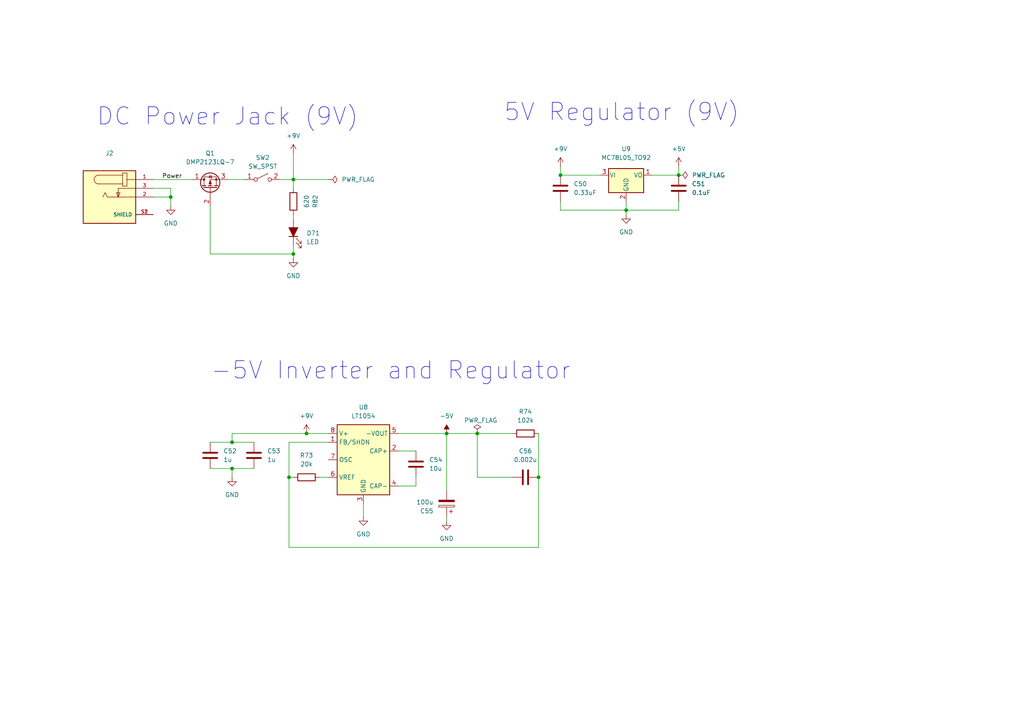
<source format=kicad_sch>
(kicad_sch (version 20211123) (generator eeschema)
  (paper "A4")
  (lib_symbols
    (symbol "DC_Power_Jack_PJ-079BH:PJ-079BH" (pin_names (offset 1.016))
      (property "Reference" "J" (at -7.7216 7.6962 0))
      (property "Value" "PJ-079BH" (at -7.6962 -10.2108 0))
      (symbol "PJ-079BH_0_0"
        (rectangle (start -7.62 -7.62) (end 7.62 7.62) (stroke (width 0.254)) (fill (type background)))
        (arc (start -3.175 6.35) (mid -4.445 5.08) (end -3.175 3.81) (stroke (width 0.1524)))
        (polyline (pts (xy -3.175 6.35) (xy 3.81 6.35)) (stroke (width 0.1524)))
        (polyline (pts (xy -1.27 1.27) (xy -1.905 0)) (stroke (width 0.1524)))
        (polyline (pts (xy -0.635 0) (xy -1.27 1.27)) (stroke (width 0.1524)))
        (polyline (pts (xy 2.54 0) (xy -0.635 0)) (stroke (width 0.1524)))
        (polyline (pts (xy 2.54 0) (xy 7.62 0)) (stroke (width 0.1524)))
        (polyline (pts (xy 2.54 2.54) (xy 2.54 0)) (stroke (width 0.1524)))
        (polyline (pts (xy 2.54 2.54) (xy 7.62 2.54)) (stroke (width 0.1524)))
        (polyline (pts (xy 3.81 3.175) (xy 5.08 3.175)) (stroke (width 0.1524)))
        (polyline (pts (xy 3.81 3.81) (xy -3.175 3.81)) (stroke (width 0.1524)))
        (polyline (pts (xy 3.81 3.81) (xy 3.81 3.175)) (stroke (width 0.1524)))
        (polyline (pts (xy 3.81 6.35) (xy 3.81 3.81)) (stroke (width 0.1524)))
        (polyline (pts (xy 3.81 6.985) (xy 3.81 6.35)) (stroke (width 0.1524)))
        (polyline (pts (xy 5.08 3.175) (xy 5.08 5.08)) (stroke (width 0.1524)))
        (polyline (pts (xy 5.08 5.08) (xy 5.08 6.985)) (stroke (width 0.1524)))
        (polyline (pts (xy 5.08 5.08) (xy 7.62 5.08)) (stroke (width 0.1524)))
        (polyline (pts (xy 5.08 6.985) (xy 3.81 6.985)) (stroke (width 0.1524)))
        (polyline (pts (xy 2.54 0) (xy 2.032 1.27) (xy 3.048 1.27) (xy 2.54 0)) (stroke (width 0.1524)) (fill (type background)))
        (pin passive line (at 12.7 5.08 180) (length 5.08) (name "~") (number "1"))
        (pin passive line (at 12.7 0 180) (length 5.08) (name "~") (number "2"))
        (pin passive line (at 12.7 2.54 180) (length 5.08) (name "~") (number "3"))
        (pin passive line (at 12.7 -5.08 180) (length 5.08) (name "SHIELD") (number "S1"))
        (pin passive line (at 12.7 -5.08 180) (length 5.08) (name "SHIELD") (number "S2"))
      )
    )
    (symbol "Device:C" (pin_numbers hide) (pin_names (offset 0.254))
      (property "Reference" "C" (at 0.635 2.54 0))
      (property "Value" "C" (at 0.635 -2.54 0))
      (symbol "C_0_1"
        (polyline (pts (xy -2.032 -0.762) (xy 2.032 -0.762)) (stroke (width 0.508)))
        (polyline (pts (xy -2.032 0.762) (xy 2.032 0.762)) (stroke (width 0.508)))
      )
      (symbol "C_1_1"
        (pin passive line (at 0 3.81 270) (length 2.794) (name "~") (number "1"))
        (pin passive line (at 0 -3.81 90) (length 2.794) (name "~") (number "2"))
      )
    )
    (symbol "Device:C_Polarized" (pin_numbers hide) (pin_names (offset 0.254))
      (property "Reference" "C" (at 0.635 2.54 0))
      (property "Value" "C_Polarized" (at 0.635 -2.54 0))
      (symbol "C_Polarized_0_1"
        (rectangle (start -2.286 0.508) (end 2.286 1.016))
        (polyline (pts (xy -1.778 2.286) (xy -0.762 2.286)))
        (polyline (pts (xy -1.27 2.794) (xy -1.27 1.778)))
        (rectangle (start 2.286 -0.508) (end -2.286 -1.016) (fill (type outline)))
      )
      (symbol "C_Polarized_1_1"
        (pin passive line (at 0 3.81 270) (length 2.794) (name "~") (number "1"))
        (pin passive line (at 0 -3.81 90) (length 2.794) (name "~") (number "2"))
      )
    )
    (symbol "Device:Q_PMOS_DGS" (pin_names (offset 0) hide)
      (property "Reference" "Q" (at 5.08 1.27 0))
      (property "Value" "Q_PMOS_DGS" (at 5.08 -1.27 0))
      (symbol "Q_PMOS_DGS_0_1"
        (polyline (pts (xy 0.254 0) (xy -2.54 0)))
        (polyline (pts (xy 0.254 1.905) (xy 0.254 -1.905)) (stroke (width 0.254)))
        (polyline (pts (xy 0.762 -1.27) (xy 0.762 -2.286)) (stroke (width 0.254)))
        (polyline (pts (xy 0.762 0.508) (xy 0.762 -0.508)) (stroke (width 0.254)))
        (polyline (pts (xy 0.762 2.286) (xy 0.762 1.27)) (stroke (width 0.254)))
        (polyline (pts (xy 2.54 2.54) (xy 2.54 1.778)))
        (polyline (pts (xy 2.54 -2.54) (xy 2.54 0) (xy 0.762 0)))
        (polyline (pts (xy 0.762 1.778) (xy 3.302 1.778) (xy 3.302 -1.778) (xy 0.762 -1.778)))
        (polyline (pts (xy 2.286 0) (xy 1.27 0.381) (xy 1.27 -0.381) (xy 2.286 0)) (fill (type outline)))
        (polyline (pts (xy 2.794 -0.508) (xy 2.921 -0.381) (xy 3.683 -0.381) (xy 3.81 -0.254)))
        (polyline (pts (xy 3.302 -0.381) (xy 2.921 0.254) (xy 3.683 0.254) (xy 3.302 -0.381)))
        (circle (center 1.651 0) (radius 2.794) (stroke (width 0.254)))
        (circle (center 2.54 -1.778) (radius 0.254) (fill (type outline)))
        (circle (center 2.54 1.778) (radius 0.254) (fill (type outline)))
      )
      (symbol "Q_PMOS_DGS_1_1"
        (pin passive line (at 2.54 5.08 270) (length 2.54) (name "D") (number "1"))
        (pin input line (at -5.08 0 0) (length 2.54) (name "G") (number "2"))
        (pin passive line (at 2.54 -5.08 90) (length 2.54) (name "S") (number "3"))
      )
    )
    (symbol "Device:R" (pin_numbers hide) (pin_names (offset 0))
      (property "Reference" "R" (at 2.032 0 90))
      (property "Value" "R" (at 0 0 90))
      (symbol "R_0_1"
        (rectangle (start -1.016 -2.54) (end 1.016 2.54) (stroke (width 0.254)))
      )
      (symbol "R_1_1"
        (pin passive line (at 0 3.81 270) (length 1.27) (name "~") (number "1"))
        (pin passive line (at 0 -3.81 90) (length 1.27) (name "~") (number "2"))
      )
    )
    (symbol "Regulator_Linear:MC78L05_TO92" (pin_names (offset 0.254))
      (property "Reference" "U" (at -3.81 3.175 0))
      (property "Value" "MC78L05_TO92" (at 0 3.175 0))
      (symbol "MC78L05_TO92_0_1"
        (rectangle (start -5.08 -5.08) (end 5.08 1.905) (stroke (width 0.254)) (fill (type background)))
      )
      (symbol "MC78L05_TO92_1_1"
        (pin power_out line (at 7.62 0 180) (length 2.54) (name "VO") (number "1"))
        (pin power_in line (at 0 -7.62 90) (length 2.54) (name "GND") (number "2"))
        (pin power_in line (at -7.62 0 0) (length 2.54) (name "VI") (number "3"))
      )
    )
    (symbol "Regulator_SwitchedCapacitor:LT1054"
      (property "Reference" "U" (at -6.604 11.176 0))
      (property "Value" "LT1054" (at 4.318 11.176 0))
      (symbol "LT1054_0_1"
        (rectangle (start -7.62 10.16) (end 7.62 -10.16) (stroke (width 0.254)) (fill (type background)))
      )
      (symbol "LT1054_1_1"
        (pin input line (at -10.16 5.08 0) (length 2.54) (name "FB/SHDN") (number "1"))
        (pin input line (at 10.16 2.54 180) (length 2.54) (name "CAP+") (number "2"))
        (pin power_in line (at 0 -12.7 90) (length 2.54) (name "GND") (number "3"))
        (pin input line (at 10.16 -7.62 180) (length 2.54) (name "CAP-") (number "4"))
        (pin power_out line (at 10.16 7.62 180) (length 2.54) (name "-VOUT") (number "5"))
        (pin output line (at -10.16 -5.08 0) (length 2.54) (name "VREF") (number "6"))
        (pin input line (at -10.16 0 0) (length 2.54) (name "OSC") (number "7"))
        (pin power_in line (at -10.16 7.62 0) (length 2.54) (name "V+") (number "8"))
      )
    )
    (symbol "Switch:SW_SPST" (pin_names (offset 0) hide)
      (property "Reference" "SW" (at 0 3.175 0))
      (property "Value" "SW_SPST" (at 0 -2.54 0))
      (symbol "SW_SPST_0_0"
        (circle (center -2.032 0) (radius 0.508))
        (polyline (pts (xy -1.524 0.254) (xy 1.524 1.778)))
        (circle (center 2.032 0) (radius 0.508))
      )
      (symbol "SW_SPST_1_1"
        (pin passive line (at -5.08 0 0) (length 2.54) (name "A") (number "1"))
        (pin passive line (at 5.08 0 180) (length 2.54) (name "B") (number "2"))
      )
    )
    (symbol "User_Global_Symbol_Library:LED" (pin_numbers hide) (pin_names (offset 1.016) hide)
      (property "Reference" "D" (at 0 2.54 0))
      (property "Value" "LED" (at 0 -2.54 0))
      (symbol "LED_0_1"
        (polyline (pts (xy -1.27 -1.27) (xy -1.27 1.27)) (stroke (width 0.254)))
        (polyline (pts (xy -1.27 0) (xy 1.27 0)))
        (polyline (pts (xy 1.27 -1.27) (xy 1.27 1.27) (xy -1.27 0) (xy 1.27 -1.27)) (stroke (width 0.254)) (fill (type outline)))
        (polyline (pts (xy -3.048 -0.762) (xy -4.572 -2.286) (xy -3.81 -2.286) (xy -4.572 -2.286) (xy -4.572 -1.524)))
        (polyline (pts (xy -1.778 -0.762) (xy -3.302 -2.286) (xy -2.54 -2.286) (xy -3.302 -2.286) (xy -3.302 -1.524)))
      )
      (symbol "LED_1_1"
        (pin passive line (at -3.81 0 0) (length 2.54) (name "K") (number "1"))
        (pin passive line (at 3.81 0 180) (length 2.54) (name "A") (number "2"))
      )
    )
    (symbol "power:+5V" (power) (pin_names (offset 0))
      (property "Value" "+5V" (at 0 3.556 0))
      (symbol "+5V_0_1"
        (polyline (pts (xy -0.762 1.27) (xy 0 2.54)))
        (polyline (pts (xy 0 0) (xy 0 2.54)))
        (polyline (pts (xy 0 2.54) (xy 0.762 1.27)))
      )
      (symbol "+5V_1_1"
        (pin power_in line (at 0 0 90) (length 0) hide (name "+5V") (number "1"))
      )
    )
    (symbol "power:+9V" (power) (pin_names (offset 0))
      (property "Value" "+9V" (at 0 3.556 0))
      (symbol "+9V_0_1"
        (polyline (pts (xy -0.762 1.27) (xy 0 2.54)))
        (polyline (pts (xy 0 0) (xy 0 2.54)))
        (polyline (pts (xy 0 2.54) (xy 0.762 1.27)))
      )
      (symbol "+9V_1_1"
        (pin power_in line (at 0 0 90) (length 0) hide (name "+9V") (number "1"))
      )
    )
    (symbol "power:-5V" (power) (pin_names (offset 0))
      (property "Value" "-5V" (at 0 3.81 0))
      (symbol "-5V_0_0"
        (pin power_in line (at 0 0 90) (length 0) hide (name "-5V") (number "1"))
      )
      (symbol "-5V_0_1"
        (polyline (pts (xy 0 0) (xy 0 1.27) (xy 0.762 1.27) (xy 0 2.54) (xy -0.762 1.27) (xy 0 1.27)) (fill (type outline)))
      )
    )
    (symbol "power:GND" (power) (pin_names (offset 0))
      (property "Value" "GND" (at 0 -3.81 0))
      (symbol "GND_0_1"
        (polyline (pts (xy 0 0) (xy 0 -1.27) (xy 1.27 -1.27) (xy 0 -2.54) (xy -1.27 -1.27) (xy 0 -1.27)))
      )
      (symbol "GND_1_1"
        (pin power_in line (at 0 0 270) (length 0) hide (name "GND") (number "1"))
      )
    )
    (symbol "power:PWR_FLAG" (power) (pin_numbers hide) (pin_names (offset 0) hide)
      (property "Value" "PWR_FLAG" (at 0 3.81 0))
      (symbol "PWR_FLAG_0_0"
        (pin power_out line (at 0 0 90) (length 0) (name "pwr") (number "1"))
      )
      (symbol "PWR_FLAG_0_1"
        (polyline (pts (xy 0 0) (xy 0 1.27) (xy -1.016 1.905) (xy 0 2.54) (xy 1.016 1.905) (xy 0 1.27)))
      )
    )
  )
  (junction (at 88.9 125.73))
  (junction (at 129.54 125.73))
  (junction (at 85.09 52.07))
  (junction (at 67.31 135.89))
  (junction (at 181.61 60.96))
  (junction (at 83.82 138.43))
  (junction (at 156.21 138.43))
  (junction (at 196.85 50.8))
  (junction (at 49.53 57.15))
  (junction (at 162.56 50.8))
  (junction (at 85.09 73.66))
  (junction (at 67.31 128.27))
  (junction (at 138.43 125.73))
  (wire (pts (xy 66.04 52.07) (xy 71.12 52.07)))
  (wire (pts (xy 85.09 138.43) (xy 83.82 138.43)))
  (wire (pts (xy 67.31 125.73) (xy 88.9 125.73)))
  (wire (pts (xy 88.9 125.73) (xy 95.25 125.73)))
  (wire (pts (xy 81.28 52.07) (xy 85.09 52.07)))
  (wire (pts (xy 44.45 52.07) (xy 55.88 52.07)))
  (wire (pts (xy 115.57 140.97) (xy 120.65 140.97)))
  (wire (pts (xy 156.21 158.75) (xy 83.82 158.75)))
  (wire (pts (xy 162.56 60.96) (xy 181.61 60.96)))
  (wire (pts (xy 105.41 146.05) (xy 105.41 149.86)))
  (wire (pts (xy 138.43 125.73) (xy 148.59 125.73)))
  (wire (pts (xy 196.85 60.96) (xy 181.61 60.96)))
  (wire (pts (xy 67.31 135.89) (xy 73.66 135.89)))
  (wire (pts (xy 156.21 125.73) (xy 156.21 138.43)))
  (wire (pts (xy 196.85 48.26) (xy 196.85 50.8)))
  (wire (pts (xy 196.85 58.42) (xy 196.85 60.96)))
  (wire (pts (xy 67.31 125.73) (xy 67.31 128.27)))
  (wire (pts (xy 83.82 138.43) (xy 83.82 128.27)))
  (wire (pts (xy 129.54 125.73) (xy 138.43 125.73)))
  (wire (pts (xy 120.65 138.43) (xy 120.65 140.97)))
  (wire (pts (xy 60.96 128.27) (xy 67.31 128.27)))
  (wire (pts (xy 67.31 135.89) (xy 67.31 138.43)))
  (wire (pts (xy 60.96 59.69) (xy 60.96 73.66)))
  (wire (pts (xy 60.96 135.89) (xy 67.31 135.89)))
  (wire (pts (xy 129.54 125.73) (xy 129.54 142.24)))
  (wire (pts (xy 44.45 54.61) (xy 49.53 54.61)))
  (wire (pts (xy 85.09 52.07) (xy 85.09 54.61)))
  (wire (pts (xy 162.56 48.26) (xy 162.56 50.8)))
  (wire (pts (xy 44.45 57.15) (xy 49.53 57.15)))
  (wire (pts (xy 189.23 50.8) (xy 196.85 50.8)))
  (wire (pts (xy 85.09 44.45) (xy 85.09 52.07)))
  (wire (pts (xy 83.82 158.75) (xy 83.82 138.43)))
  (wire (pts (xy 138.43 138.43) (xy 148.59 138.43)))
  (wire (pts (xy 173.99 50.8) (xy 162.56 50.8)))
  (wire (pts (xy 138.43 138.43) (xy 138.43 125.73)))
  (wire (pts (xy 67.31 128.27) (xy 73.66 128.27)))
  (wire (pts (xy 49.53 54.61) (xy 49.53 57.15)))
  (wire (pts (xy 115.57 125.73) (xy 129.54 125.73)))
  (wire (pts (xy 92.71 138.43) (xy 95.25 138.43)))
  (wire (pts (xy 60.96 73.66) (xy 85.09 73.66)))
  (wire (pts (xy 49.53 57.15) (xy 49.53 59.69)))
  (wire (pts (xy 83.82 128.27) (xy 95.25 128.27)))
  (wire (pts (xy 85.09 71.12) (xy 85.09 73.66)))
  (wire (pts (xy 115.57 130.81) (xy 120.65 130.81)))
  (wire (pts (xy 129.54 149.86) (xy 129.54 151.13)))
  (wire (pts (xy 181.61 60.96) (xy 181.61 62.23)))
  (wire (pts (xy 156.21 138.43) (xy 156.21 158.75)))
  (wire (pts (xy 85.09 73.66) (xy 85.09 74.93)))
  (wire (pts (xy 181.61 58.42) (xy 181.61 60.96)))
  (wire (pts (xy 162.56 58.42) (xy 162.56 60.96)))
  (wire (pts (xy 95.25 52.07) (xy 85.09 52.07)))
  (wire (pts (xy 85.09 62.23) (xy 85.09 63.5)))
  (text "-5V Inverter and Regulator\n" (at 60.96 110.49 0) (effects (font (size 5 5)) (justify left bottom)))
  (text "DC Power Jack (9V)\n" (at 27.94 36.83 0) (effects (font (size 5 5)) (justify left bottom)))
  (text "5V Regulator (9V)\n" (at 146.05 35.56 0) (effects (font (size 5 5)) (justify left bottom)))
  (label "Power" (at 46.99 52.07 0))
  (symbol (lib_id "Switch:SW_SPST") (at 76.2 52.07 0) (unit 1)
    (property "Reference" "SW2" (at 76.2 45.72 0))
    (property "Value" "SW_SPST" (at 76.2 48.26 0))
    (property "Footprint" "PW_On_Off_Switch:E-SWITCH_RR511D1121" (effects hide))
    (property "Datasheet" "https://www.mouser.ca/datasheet/2/140/ESCH_S_A0000493780_1-2545571.pdf" (effects hide))
  )
  (symbol (lib_id "power:+9V") (at 88.9 125.73 0) (unit 1)
    (property "Reference" "#PWR054" (effects hide))
    (property "Value" "+9V" (at 88.9 120.65 0))
  )
  (symbol (lib_id "Device:C") (at 60.96 132.08 0) (unit 1)
    (property "Reference" "C52" (at 64.77 130.8099 0) (effects (justify left)))
    (property "Value" "1u" (at 64.77 133.3499 0) (effects (justify left)))
    (property "Footprint" "Capacitor_SMD:C_0603_1608Metric_Pad1.08x0.95mm_HandSolder" (effects hide))
    (property "Datasheet" "https://www.mouser.ca/datasheet/2/212/1/C0603X102K4RACAUTO-2933386.pdf" (effects hide))
  )
  (symbol (lib_id "power:GND") (at 67.31 138.43 0) (unit 1)
    (property "Reference" "#PWR053" (effects hide))
    (property "Value" "GND" (at 67.31 143.51 0))
  )
  (symbol (lib_id "Device:C") (at 120.65 134.62 0) (unit 1)
    (property "Reference" "C54" (at 124.46 133.3499 0) (effects (justify left)))
    (property "Value" "10u" (at 124.46 135.8899 0) (effects (justify left)))
    (property "Footprint" "Capacitor_SMD:C_0805_2012Metric" (effects hide))
    (property "Datasheet" "https://www.mouser.ca/datasheet/2/212/1/C0603X102K4RACAUTO-2933386.pdf" (effects hide))
  )
  (symbol (lib_id "Device:C") (at 162.56 54.61 0) (unit 1)
    (property "Reference" "C50" (at 166.37 53.3399 0) (effects (justify left)))
    (property "Value" "0.33uF" (at 166.37 55.8799 0) (effects (justify left)))
    (property "Footprint" "Capacitor_SMD:C_0603_1608Metric_Pad1.08x0.95mm_HandSolder" (effects hide))
    (property "Datasheet" "https://www.mouser.ca/datasheet/2/445/885012206074-1727575.pdf" (effects hide))
  )
  (symbol (lib_id "Device:C") (at 152.4 138.43 90) (unit 1)
    (property "Reference" "C56" (at 152.4 130.81 90))
    (property "Value" "0.002u" (at 152.4 133.35 90))
    (property "Footprint" "Capacitor_SMD:C_0603_1608Metric_Pad1.08x0.95mm_HandSolder" (effects hide))
    (property "Datasheet" "https://www.mouser.ca/datasheet/2/447/yago_s_a0003557223_1-2286436.pdf" (effects hide))
  )
  (symbol (lib_id "Device:R") (at 85.09 58.42 0) (unit 1)
    (property "Reference" "R82" (at 91.44 58.42 90))
    (property "Value" "620" (at 88.9 58.42 90))
    (property "Footprint" "Resistor_SMD:R_0603_1608Metric_Pad0.98x0.95mm_HandSolder" (effects hide))
    (property "Datasheet" "https://fscdn.rohm.com/en/products/databook/datasheet/passive/resistor/chip_resistor/sdr-e.pdf" (effects hide))
  )
  (symbol (lib_id "User_Global_Symbol_Library:LED") (at 85.09 67.31 90) (unit 1)
    (property "Reference" "D71" (at 88.9 67.6274 90) (effects (justify right)))
    (property "Value" "LED" (at 88.9 70.1674 90) (effects (justify right)))
    (property "Footprint" "LED_THT:LED_D5.0mm" (effects hide))
  )
  (symbol (lib_id "power:GND") (at 49.53 59.69 0) (unit 1)
    (property "Reference" "#PWR042" (effects hide))
    (property "Value" "GND" (at 49.53 64.77 0))
  )
  (symbol (lib_id "Regulator_SwitchedCapacitor:LT1054") (at 105.41 133.35 0) (unit 1)
    (property "Reference" "U8" (at 105.41 118.11 0))
    (property "Value" "LT1054" (at 105.41 120.65 0))
    (property "Footprint" "LT1054_PDIP_Lin_Reg:DIP794W45P254L959H508Q8" (effects hide))
    (property "Datasheet" "https://www.analog.com/media/en/technical-documentation/data-sheets/1054lfh.pdf" (effects hide))
  )
  (symbol (lib_id "Device:C") (at 196.85 54.61 0) (unit 1)
    (property "Reference" "C51" (at 200.66 53.3399 0) (effects (justify left)))
    (property "Value" "0.1uF" (at 200.66 55.8799 0) (effects (justify left)))
    (property "Footprint" "Capacitor_SMD:C_0805_2012Metric" (effects hide))
    (property "Datasheet" "https://www.mouser.ca/datasheet/2/585/MLCC-1837944.pdf" (effects hide))
  )
  (symbol (lib_id "power:GND") (at 105.41 149.86 0) (unit 1)
    (property "Reference" "#PWR055" (effects hide))
    (property "Value" "GND" (at 105.41 154.94 0))
  )
  (symbol (lib_id "power:GND") (at 181.61 62.23 0) (unit 1)
    (property "Reference" "#PWR059" (effects hide))
    (property "Value" "GND" (at 181.61 67.31 0))
  )
  (symbol (lib_id "power:PWR_FLAG") (at 95.25 52.07 270) (unit 1)
    (property "Reference" "#FLG01" (effects hide))
    (property "Value" "PWR_FLAG" (at 99.06 52.0699 90) (effects (justify left)))
  )
  (symbol (lib_id "power:+5V") (at 196.85 48.26 0) (unit 1)
    (property "Reference" "#PWR060" (effects hide))
    (property "Value" "+5V" (at 196.85 43.18 0))
  )
  (symbol (lib_id "Regulator_Linear:MC78L05_TO92") (at 181.61 50.8 0) (unit 1)
    (property "Reference" "U9" (at 181.61 43.18 0))
    (property "Value" "MC78L05_TO92" (at 181.61 45.72 0))
    (property "Footprint" "Package_TO_SOT_THT:TO-92_Inline" (effects hide))
    (property "Datasheet" "https://www.onsemi.com/pub/Collateral/MC78L00A-D.PDF" (effects hide))
  )
  (symbol (lib_id "Device:Q_PMOS_DGS") (at 60.96 54.61 90) (unit 1)
    (property "Reference" "Q1" (at 60.96 44.45 90))
    (property "Value" "DMP2123LQ-7" (at 60.96 46.99 90))
    (property "Footprint" "Package_TO_SOT_SMD:SOT-23" (effects hide))
  )
  (symbol (lib_id "power:GND") (at 129.54 151.13 0) (unit 1)
    (property "Reference" "#PWR056" (effects hide))
    (property "Value" "GND" (at 129.54 156.21 0))
  )
  (symbol (lib_id "Device:R") (at 88.9 138.43 90) (unit 1)
    (property "Reference" "R73" (at 88.9 132.08 90))
    (property "Value" "20k" (at 88.9 134.62 90))
    (property "Footprint" "Resistor_SMD:R_0603_1608Metric_Pad0.98x0.95mm_HandSolder" (effects hide))
    (property "Datasheet" "https://www.mouser.ca/datasheet/2/212/1/C0603X102K4RACAUTO-2933386.pdf" (effects hide))
  )
  (symbol (lib_id "Device:R") (at 152.4 125.73 90) (unit 1)
    (property "Reference" "R74" (at 152.4 119.38 90))
    (property "Value" "102k" (at 152.4 121.92 90))
    (property "Footprint" "Resistor_SMD:R_0603_1608Metric_Pad0.98x0.95mm_HandSolder" (effects hide))
    (property "Datasheet" "https://www.mouser.ca/datasheet/2/447/Yageo_PYu_AC_51_RoHS_L_7_1714230-1874691.pdf" (effects hide))
  )
  (symbol (lib_id "power:+9V") (at 162.56 48.26 0) (unit 1)
    (property "Reference" "#PWR058" (effects hide))
    (property "Value" "+9V" (at 162.56 43.18 0))
  )
  (symbol (lib_id "power:GND") (at 85.09 74.93 0) (unit 1)
    (property "Reference" "#PWR090" (effects hide))
    (property "Value" "GND" (at 85.09 80.01 0))
  )
  (symbol (lib_id "Device:C_Polarized") (at 129.54 146.05 180) (unit 1)
    (property "Reference" "C55" (at 125.73 148.2091 0) (effects (justify left)))
    (property "Value" "100u" (at 125.73 145.6691 0) (effects (justify left)))
    (property "Footprint" "Capacitor_THT:C_Radial_D5.0mm_H5.0mm_P2.00mm" (effects hide))
    (property "Datasheet" "https://www.mouser.ca/datasheet/2/445/860010372006-1725314.pdf" (effects hide))
  )
  (symbol (lib_id "DC_Power_Jack_PJ-079BH:PJ-079BH") (at 31.75 57.15 0) (unit 1)
    (property "Reference" "J2" (at 31.75 44.45 0))
    (property "Footprint" "CUI_PJ-079BH" (effects hide))
    (property "MANUFACTURER" "CUI Inc" (effects hide))
    (property "PARTREV" "LTR" (effects hide))
    (property "STANDART" "Manufacturer Recommendations" (effects hide))
  )
  (symbol (lib_id "power:PWR_FLAG") (at 138.43 125.73 0) (unit 1)
    (property "Reference" "#FLG0101" (effects hide))
    (property "Value" "PWR_FLAG" (at 134.62 121.92 0) (effects (justify left)))
  )
  (symbol (lib_id "power:-5V") (at 129.54 125.73 0) (unit 1)
    (property "Reference" "#PWR0113" (effects hide))
    (property "Value" "-5V" (at 129.54 120.65 0))
  )
  (symbol (lib_id "power:+9V") (at 85.09 44.45 0) (unit 1)
    (property "Reference" "#PWR045" (effects hide))
    (property "Value" "+9V" (at 85.09 39.37 0))
  )
  (symbol (lib_id "power:PWR_FLAG") (at 196.85 50.8 270) (unit 1)
    (property "Reference" "#FLG03" (effects hide))
    (property "Value" "PWR_FLAG" (at 200.66 50.7999 90) (effects (justify left)))
  )
  (symbol (lib_id "Device:C") (at 73.66 132.08 0) (unit 1)
    (property "Reference" "C53" (at 77.47 130.8099 0) (effects (justify left)))
    (property "Value" "1u" (at 77.47 133.3499 0) (effects (justify left)))
    (property "Footprint" "Capacitor_SMD:C_0603_1608Metric_Pad1.08x0.95mm_HandSolder" (effects hide))
    (property "Datasheet" "https://www.mouser.ca/datasheet/2/212/1/C0603X102K4RACAUTO-2933386.pdf" (effects hide))
  )
)
</source>
